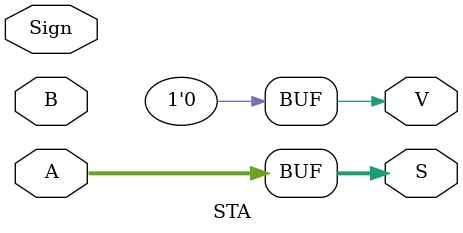
<source format=v>
`timescale 1ns / 1ps

module STA( A, B, Sign, S, V);

    input [31:0] A;
    input [31:0] B;
    input Sign;

    output reg [31:0] S;
    output reg V;

    always@(*)
    begin
        S = A;
        V = 0;
    end

endmodule

</source>
